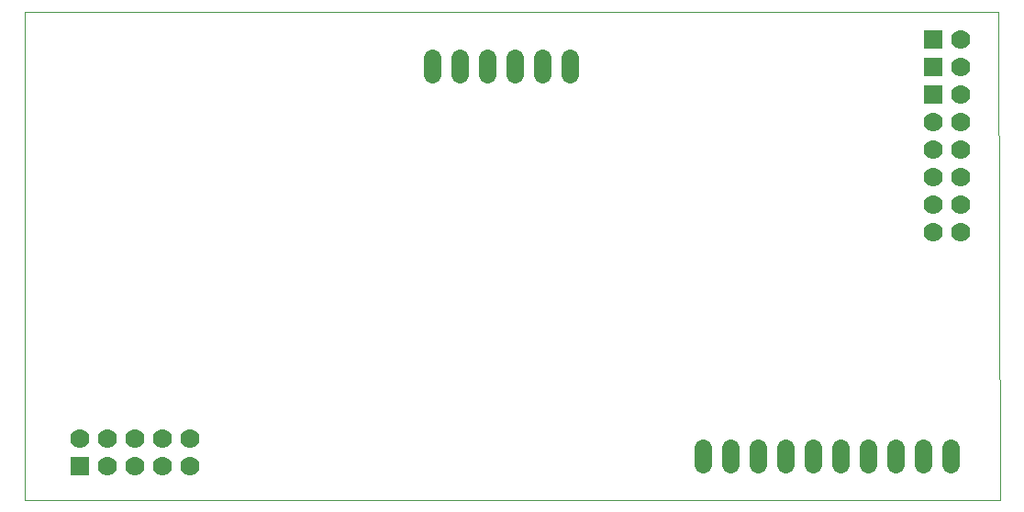
<source format=gbs>
G75*
%MOIN*%
%OFA0B0*%
%FSLAX25Y25*%
%IPPOS*%
%LPD*%
%AMOC8*
5,1,8,0,0,1.08239X$1,22.5*
%
%ADD10C,0.00000*%
%ADD11R,0.07000X0.07000*%
%ADD12C,0.07000*%
%ADD13C,0.06400*%
D10*
X0021485Y0001800D02*
X0021485Y0178965D01*
X0375186Y0178887D01*
X0375816Y0001800D01*
X0021485Y0001800D01*
D11*
X0041485Y0013926D03*
X0351485Y0148926D03*
X0351485Y0158926D03*
X0351485Y0168926D03*
D12*
X0361485Y0168926D03*
X0361485Y0158926D03*
X0361485Y0148926D03*
X0361485Y0138926D03*
X0351485Y0138926D03*
X0351485Y0128926D03*
X0361485Y0128926D03*
X0361485Y0118926D03*
X0351485Y0118926D03*
X0351485Y0108926D03*
X0361485Y0108926D03*
X0361485Y0098926D03*
X0351485Y0098926D03*
X0081485Y0023926D03*
X0071485Y0023926D03*
X0061485Y0023926D03*
X0051485Y0023926D03*
X0041485Y0023926D03*
X0051485Y0013926D03*
X0061485Y0013926D03*
X0071485Y0013926D03*
X0081485Y0013926D03*
D13*
X0267824Y0014548D02*
X0267824Y0020548D01*
X0277824Y0020548D02*
X0277824Y0014548D01*
X0287824Y0014548D02*
X0287824Y0020548D01*
X0297824Y0020548D02*
X0297824Y0014548D01*
X0307824Y0014548D02*
X0307824Y0020548D01*
X0317824Y0020548D02*
X0317824Y0014548D01*
X0327824Y0014548D02*
X0327824Y0020548D01*
X0337824Y0020548D02*
X0337824Y0014548D01*
X0347824Y0014548D02*
X0347824Y0020548D01*
X0357824Y0020548D02*
X0357824Y0014548D01*
X0219713Y0156280D02*
X0219713Y0162280D01*
X0209713Y0162280D02*
X0209713Y0156280D01*
X0199713Y0156280D02*
X0199713Y0162280D01*
X0189713Y0162280D02*
X0189713Y0156280D01*
X0179713Y0156280D02*
X0179713Y0162280D01*
X0169713Y0162280D02*
X0169713Y0156280D01*
M02*

</source>
